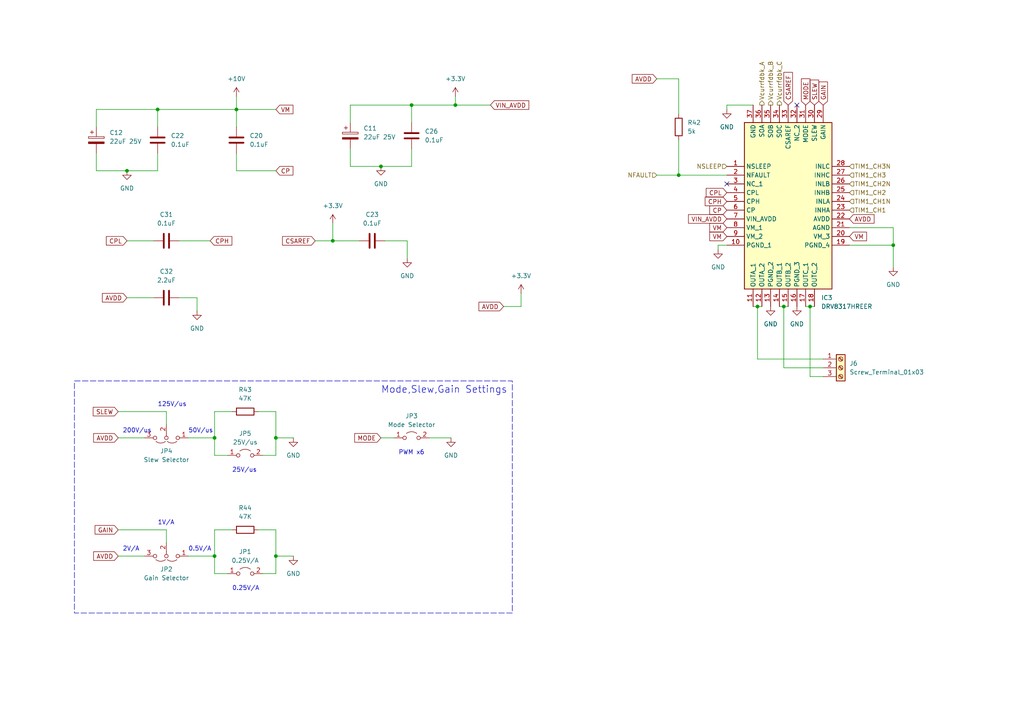
<source format=kicad_sch>
(kicad_sch (version 20250114) (generator "eeschema") (generator_version "9.0")
  (paper "A4")
  (lib_symbols
    (symbol "+3.3V_1" (power) (pin_numbers (hide yes)) (pin_names (offset 0) (hide yes))
      (property "Value" "+3.3V" (at 0 3.556 0))
      (symbol "+3.3V_1_0_1"
        (polyline (pts (xy -0.762 1.27) (xy 0 2.54)))
        (polyline (pts (xy 0 2.54) (xy 0.762 1.27)))
        (polyline (pts (xy 0 0) (xy 0 2.54)))
      )
      (symbol "+3.3V_1_1_1"
        (pin power_in line (at 0 0 90) (length 0) (name "~") (number "1"))
      )
    )
    (symbol "Connector:Screw_Terminal_01x03" (pin_names (offset 1.016) (hide yes))
      (property "Reference" "J" (at 0 5.08 0))
      (property "Value" "Screw_Terminal_01x03" (at 0 -5.08 0))
      (symbol "Screw_Terminal_01x03_1_1"
        (rectangle (start -1.27 3.81) (end 1.27 -3.81) (stroke (width 0.254)) (fill (type background)))
        (polyline (pts (xy -0.5334 2.8702) (xy 0.3302 2.032)) (stroke (width 0.1524)))
        (polyline (pts (xy -0.5334 0.3302) (xy 0.3302 -0.508)) (stroke (width 0.1524)))
        (polyline (pts (xy -0.5334 -2.2098) (xy 0.3302 -3.048)) (stroke (width 0.1524)))
        (polyline (pts (xy -0.3556 3.048) (xy 0.508 2.2098)) (stroke (width 0.1524)))
        (polyline (pts (xy -0.3556 0.508) (xy 0.508 -0.3302)) (stroke (width 0.1524)))
        (polyline (pts (xy -0.3556 -2.032) (xy 0.508 -2.8702)) (stroke (width 0.1524)))
        (circle (center 0 2.54) (radius 0.635) (stroke (width 0.1524)))
        (circle (center 0 0) (radius 0.635) (stroke (width 0.1524)))
        (circle (center 0 -2.54) (radius 0.635) (stroke (width 0.1524)))
        (pin passive line (at -5.08 2.54 0) (length 3.81) (name "Pin_1") (number "1"))
        (pin passive line (at -5.08 0 0) (length 3.81) (name "Pin_2") (number "2"))
        (pin passive line (at -5.08 -2.54 0) (length 3.81) (name "Pin_3") (number "3"))
      )
    )
    (symbol "Device:C" (pin_numbers (hide yes)) (pin_names (offset 0.254))
      (property "Reference" "C" (at 0.635 2.54 0))
      (property "Value" "C" (at 0.635 -2.54 0))
      (symbol "C_0_1"
        (polyline (pts (xy -2.032 0.762) (xy 2.032 0.762)) (stroke (width 0.508)))
        (polyline (pts (xy -2.032 -0.762) (xy 2.032 -0.762)) (stroke (width 0.508)))
      )
      (symbol "C_1_1"
        (pin passive line (at 0 3.81 270) (length 2.794) (name "~") (number "1"))
        (pin passive line (at 0 -3.81 90) (length 2.794) (name "~") (number "2"))
      )
    )
    (symbol "Device:C_Polarized" (pin_numbers (hide yes)) (pin_names (offset 0.254))
      (property "Reference" "C" (at 0.635 2.54 0))
      (property "Value" "C_Polarized" (at 0.635 -2.54 0))
      (symbol "C_Polarized_0_1"
        (rectangle (start -2.286 0.508) (end 2.286 1.016))
        (polyline (pts (xy -1.778 2.286) (xy -0.762 2.286)))
        (polyline (pts (xy -1.27 2.794) (xy -1.27 1.778)))
        (rectangle (start 2.286 -0.508) (end -2.286 -1.016) (fill (type outline)))
      )
      (symbol "C_Polarized_1_1"
        (pin passive line (at 0 3.81 270) (length 2.794) (name "~") (number "1"))
        (pin passive line (at 0 -3.81 90) (length 2.794) (name "~") (number "2"))
      )
    )
    (symbol "Device:R" (pin_numbers (hide yes)) (pin_names (offset 0))
      (property "Reference" "R" (at 2.032 0 90))
      (property "Value" "R" (at 0 0 90))
      (symbol "R_0_1"
        (rectangle (start -1.016 -2.54) (end 1.016 2.54) (stroke (width 0.254)))
      )
      (symbol "R_1_1"
        (pin passive line (at 0 3.81 270) (length 1.27) (name "~") (number "1"))
        (pin passive line (at 0 -3.81 90) (length 1.27) (name "~") (number "2"))
      )
    )
    (symbol "Jumper:Jumper_2_Open" (pin_names (offset 0) (hide yes))
      (property "Reference" "JP" (at 0 2.794 0))
      (property "Value" "Jumper_2_Open" (at 0 -2.286 0))
      (symbol "Jumper_2_Open_0_0"
        (circle (center -2.032 0) (radius 0.508))
        (circle (center 2.032 0) (radius 0.508))
      )
      (symbol "Jumper_2_Open_0_1"
        (arc (start -1.524 1.27) (mid 0 1.778) (end 1.524 1.27))
      )
      (symbol "Jumper_2_Open_1_1"
        (pin passive line (at -5.08 0 0) (length 2.54) (name "A") (number "1"))
        (pin passive line (at 5.08 0 180) (length 2.54) (name "B") (number "2"))
      )
    )
    (symbol "Jumper:Jumper_3_Open" (pin_names (offset 0) (hide yes))
      (property "Reference" "JP" (at -2.54 -2.54 0))
      (property "Value" "Jumper_3_Open" (at 0 2.794 0))
      (symbol "Jumper_3_Open_0_0"
        (circle (center -3.302 0) (radius 0.508))
        (circle (center 0 0) (radius 0.508))
        (circle (center 3.302 0) (radius 0.508))
      )
      (symbol "Jumper_3_Open_0_1"
        (arc (start -3.048 1.016) (mid -1.651 1.4992) (end -0.254 1.016))
        (polyline (pts (xy 0 -0.508) (xy 0 -1.27)))
        (arc (start 0.254 1.016) (mid 1.651 1.4992) (end 3.048 1.016))
      )
      (symbol "Jumper_3_Open_1_1"
        (pin passive line (at -6.35 0 0) (length 2.54) (name "A") (number "1"))
        (pin passive line (at 0 -3.81 90) (length 2.54) (name "C") (number "2"))
        (pin passive line (at 6.35 0 180) (length 2.54) (name "B") (number "3"))
      )
    )
    (symbol "SamacSys_Parts:DRV8317HREER"
      (property "Reference" "IC" (at 31.75 17.78 0))
      (property "Value" "DRV8317HREER" (at 31.75 15.24 0))
      (symbol "DRV8317HREER_1_1"
        (rectangle (start 5.08 12.7) (end 30.48 -35.56) (stroke (width 0.254)) (fill (type background)))
        (pin passive line (at 0 0 0) (length 5.08) (name "NSLEEP") (number "1"))
        (pin passive line (at 0 -2.54 0) (length 5.08) (name "NFAULT") (number "2"))
        (pin passive line (at 0 -5.08 0) (length 5.08) (name "NC_1") (number "3"))
        (pin passive line (at 0 -7.62 0) (length 5.08) (name "CPL") (number "4"))
        (pin passive line (at 0 -10.16 0) (length 5.08) (name "CPH") (number "5"))
        (pin passive line (at 0 -12.7 0) (length 5.08) (name "CP") (number "6"))
        (pin passive line (at 0 -15.24 0) (length 5.08) (name "VIN_AVDD") (number "7"))
        (pin passive line (at 0 -17.78 0) (length 5.08) (name "VM_1") (number "8"))
        (pin passive line (at 0 -20.32 0) (length 5.08) (name "VM_2") (number "9"))
        (pin passive line (at 0 -22.86 0) (length 5.08) (name "PGND_1") (number "10"))
        (pin passive line (at 7.62 17.78 270) (length 5.08) (name "GND") (number "37"))
        (pin passive line (at 7.62 -40.64 90) (length 5.08) (name "OUTA_1") (number "11"))
        (pin passive line (at 10.16 17.78 270) (length 5.08) (name "SOA") (number "36"))
        (pin passive line (at 10.16 -40.64 90) (length 5.08) (name "OUTA_2") (number "12"))
        (pin passive line (at 12.7 17.78 270) (length 5.08) (name "SOB") (number "35"))
        (pin passive line (at 12.7 -40.64 90) (length 5.08) (name "PGND_2") (number "13"))
        (pin passive line (at 15.24 17.78 270) (length 5.08) (name "SOC") (number "34"))
        (pin passive line (at 15.24 -40.64 90) (length 5.08) (name "OUTB_1") (number "14"))
        (pin passive line (at 17.78 17.78 270) (length 5.08) (name "CSAREF") (number "33"))
        (pin passive line (at 17.78 -40.64 90) (length 5.08) (name "OUTB_2") (number "15"))
        (pin passive line (at 20.32 17.78 270) (length 5.08) (name "NC_2") (number "32"))
        (pin passive line (at 20.32 -40.64 90) (length 5.08) (name "PGND_3") (number "16"))
        (pin passive line (at 22.86 17.78 270) (length 5.08) (name "MODE") (number "31"))
        (pin passive line (at 22.86 -40.64 90) (length 5.08) (name "OUTC_1") (number "17"))
        (pin passive line (at 25.4 17.78 270) (length 5.08) (name "SLEW") (number "30"))
        (pin passive line (at 25.4 -40.64 90) (length 5.08) (name "OUTC_2") (number "18"))
        (pin passive line (at 27.94 17.78 270) (length 5.08) (name "GAIN") (number "29"))
        (pin passive line (at 35.56 0 180) (length 5.08) (name "INLC") (number "28"))
        (pin passive line (at 35.56 -2.54 180) (length 5.08) (name "INHC") (number "27"))
        (pin passive line (at 35.56 -5.08 180) (length 5.08) (name "INLB") (number "26"))
        (pin passive line (at 35.56 -7.62 180) (length 5.08) (name "INHB") (number "25"))
        (pin passive line (at 35.56 -10.16 180) (length 5.08) (name "INLA") (number "24"))
        (pin passive line (at 35.56 -12.7 180) (length 5.08) (name "INHA") (number "23"))
        (pin passive line (at 35.56 -15.24 180) (length 5.08) (name "AVDD") (number "22"))
        (pin passive line (at 35.56 -17.78 180) (length 5.08) (name "AGND") (number "21"))
        (pin passive line (at 35.56 -20.32 180) (length 5.08) (name "VM_3") (number "20"))
        (pin passive line (at 35.56 -22.86 180) (length 5.08) (name "PGND_4") (number "19"))
      )
    )
    (symbol "power:+10V" (power) (pin_names (offset 0))
      (property "Value" "+10V" (at 0 3.556 0))
      (symbol "+10V_0_1"
        (polyline (pts (xy -0.762 1.27) (xy 0 2.54)))
        (polyline (pts (xy 0 2.54) (xy 0.762 1.27)))
        (polyline (pts (xy 0 0) (xy 0 2.54)))
      )
      (symbol "+10V_1_1"
        (pin power_in line (at 0 0 90) (length 0) (hide yes) (name "+10V") (number "1"))
      )
    )
    (symbol "power:+3.3V" (power) (pin_names (offset 0))
      (property "Value" "+3.3V" (at 0 3.556 0))
      (symbol "+3.3V_0_1"
        (polyline (pts (xy -0.762 1.27) (xy 0 2.54)))
        (polyline (pts (xy 0 2.54) (xy 0.762 1.27)))
        (polyline (pts (xy 0 0) (xy 0 2.54)))
      )
      (symbol "+3.3V_1_1"
        (pin power_in line (at 0 0 90) (length 0) (hide yes) (name "+3.3V") (number "1"))
      )
    )
    (symbol "power:GND" (power) (pin_names (offset 0))
      (property "Value" "GND" (at 0 -3.81 0))
      (symbol "GND_0_1"
        (polyline (pts (xy 0 0) (xy 0 -1.27) (xy 1.27 -1.27) (xy 0 -2.54) (xy -1.27 -1.27) (xy 0 -1.27)))
      )
      (symbol "GND_1_1"
        (pin power_in line (at 0 0 270) (length 0) (hide yes) (name "GND") (number "1"))
      )
    )
  )
  (rectangle (start 21.59 110.49) (end 148.59 177.8) (stroke (width 0) (type dash)))
  (text "2V/A" (at 35.56 160.02 0) (effects (font (size 1.27 1.27)) (justify left bottom)))
  (text "25V/us" (at 67.31 137.16 0) (effects (font (size 1.27 1.27)) (justify left bottom)))
  (text "125V/us\n" (at 45.72 118.11 0) (effects (font (size 1.27 1.27)) (justify left bottom)))
  (text "0.25V/A" (at 67.31 171.45 0) (effects (font (size 1.27 1.27)) (justify left bottom)))
  (text "1V/A" (at 45.72 152.4 0) (effects (font (size 1.27 1.27)) (justify left bottom)))
  (text "Mode,Slew,Gain Settings" (at 110.49 114.3 0) (effects (font (size 2 2)) (justify left bottom)))
  (text "PWM x6" (at 115.57 132.08 0) (effects (font (size 1.27 1.27)) (justify left bottom)))
  (text "50V/us" (at 54.61 125.73 0) (effects (font (size 1.27 1.27)) (justify left bottom)))
  (text "0.5V/A" (at 54.61 160.02 0) (effects (font (size 1.27 1.27)) (justify left bottom)))
  (text "200V/us" (at 35.56 125.73 0) (effects (font (size 1.27 1.27)) (justify left bottom)))
  (junction (at 227.33 88.9))
  (junction (at 62.23 161.29))
  (junction (at 119.38 30.48))
  (junction (at 234.95 88.9))
  (junction (at 45.72 31.75))
  (junction (at 132.08 30.48))
  (junction (at 68.58 31.75))
  (junction (at 219.71 88.9))
  (junction (at 62.23 127))
  (junction (at 259.08 71.12))
  (junction (at 36.83 49.53))
  (junction (at 110.49 48.26))
  (junction (at 80.01 161.29))
  (junction (at 80.01 127))
  (junction (at 96.52 69.85))
  (junction (at 196.85 50.8))
  (no_connect (at 231.14 30.48))
  (no_connect (at 210.82 53.34))
  (wire (pts (xy 80.01 153.67) (xy 80.01 161.29)))
  (wire (pts (xy 119.38 43.18) (xy 119.38 48.26)))
  (wire (pts (xy 110.49 127) (xy 114.3 127)))
  (wire (pts (xy 68.58 31.75) (xy 68.58 27.94)))
  (wire (pts (xy 45.72 31.75) (xy 68.58 31.75)))
  (wire (pts (xy 227.33 88.9) (xy 227.33 106.68)))
  (wire (pts (xy 259.08 77.47) (xy 259.08 71.12)))
  (wire (pts (xy 62.23 127) (xy 62.23 119.38)))
  (wire (pts (xy 85.09 161.29) (xy 80.01 161.29)))
  (wire (pts (xy 118.11 69.85) (xy 118.11 74.93)))
  (wire (pts (xy 27.94 31.75) (xy 45.72 31.75)))
  (wire (pts (xy 219.71 88.9) (xy 220.98 88.9)))
  (wire (pts (xy 74.93 153.67) (xy 80.01 153.67)))
  (wire (pts (xy 48.26 153.67) (xy 48.26 157.48)))
  (wire (pts (xy 66.04 132.08) (xy 62.23 132.08)))
  (wire (pts (xy 246.38 71.12) (xy 259.08 71.12)))
  (wire (pts (xy 68.58 31.75) (xy 80.01 31.75)))
  (wire (pts (xy 226.06 88.9) (xy 227.33 88.9)))
  (wire (pts (xy 62.23 166.37) (xy 62.23 161.29)))
  (wire (pts (xy 34.29 161.29) (xy 41.91 161.29)))
  (wire (pts (xy 62.23 132.08) (xy 62.23 127)))
  (wire (pts (xy 62.23 119.38) (xy 67.31 119.38)))
  (wire (pts (xy 101.6 30.48) (xy 101.6 35.56)))
  (wire (pts (xy 110.49 48.26) (xy 101.6 48.26)))
  (wire (pts (xy 190.5 22.86) (xy 196.85 22.86)))
  (wire (pts (xy 119.38 30.48) (xy 119.38 35.56)))
  (wire (pts (xy 210.82 30.48) (xy 210.82 31.75)))
  (wire (pts (xy 52.07 86.36) (xy 57.15 86.36)))
  (wire (pts (xy 54.61 127) (xy 62.23 127)))
  (wire (pts (xy 45.72 31.75) (xy 45.72 36.83)))
  (wire (pts (xy 219.71 88.9) (xy 219.71 104.14)))
  (wire (pts (xy 238.76 106.68) (xy 227.33 106.68)))
  (wire (pts (xy 233.68 88.9) (xy 234.95 88.9)))
  (wire (pts (xy 96.52 64.77) (xy 96.52 69.85)))
  (wire (pts (xy 76.2 132.08) (xy 80.01 132.08)))
  (wire (pts (xy 101.6 30.48) (xy 119.38 30.48)))
  (wire (pts (xy 62.23 153.67) (xy 67.31 153.67)))
  (wire (pts (xy 52.07 69.85) (xy 60.96 69.85)))
  (wire (pts (xy 91.44 69.85) (xy 96.52 69.85)))
  (wire (pts (xy 45.72 49.53) (xy 36.83 49.53)))
  (wire (pts (xy 80.01 127) (xy 80.01 132.08)))
  (wire (pts (xy 54.61 161.29) (xy 62.23 161.29)))
  (wire (pts (xy 238.76 104.14) (xy 219.71 104.14)))
  (wire (pts (xy 119.38 30.48) (xy 132.08 30.48)))
  (wire (pts (xy 85.09 127) (xy 80.01 127)))
  (wire (pts (xy 57.15 86.36) (xy 57.15 90.17)))
  (wire (pts (xy 48.26 119.38) (xy 48.26 123.19)))
  (wire (pts (xy 259.08 66.04) (xy 246.38 66.04)))
  (wire (pts (xy 80.01 49.53) (xy 68.58 49.53)))
  (wire (pts (xy 36.83 86.36) (xy 44.45 86.36)))
  (wire (pts (xy 34.29 119.38) (xy 48.26 119.38)))
  (wire (pts (xy 74.93 119.38) (xy 80.01 119.38)))
  (wire (pts (xy 76.2 166.37) (xy 80.01 166.37)))
  (wire (pts (xy 234.95 109.22) (xy 238.76 109.22)))
  (wire (pts (xy 124.46 127) (xy 130.81 127)))
  (wire (pts (xy 80.01 119.38) (xy 80.01 127)))
  (wire (pts (xy 132.08 27.94) (xy 132.08 30.48)))
  (wire (pts (xy 218.44 30.48) (xy 210.82 30.48)))
  (wire (pts (xy 68.58 44.45) (xy 68.58 49.53)))
  (wire (pts (xy 62.23 161.29) (xy 62.23 153.67)))
  (wire (pts (xy 190.5 50.8) (xy 196.85 50.8)))
  (wire (pts (xy 151.13 88.9) (xy 151.13 85.09)))
  (wire (pts (xy 45.72 44.45) (xy 45.72 49.53)))
  (wire (pts (xy 36.83 69.85) (xy 44.45 69.85)))
  (wire (pts (xy 101.6 43.18) (xy 101.6 48.26)))
  (wire (pts (xy 119.38 48.26) (xy 110.49 48.26)))
  (wire (pts (xy 234.95 88.9) (xy 234.95 109.22)))
  (wire (pts (xy 36.83 49.53) (xy 27.94 49.53)))
  (wire (pts (xy 218.44 88.9) (xy 219.71 88.9)))
  (wire (pts (xy 66.04 166.37) (xy 62.23 166.37)))
  (wire (pts (xy 196.85 40.64) (xy 196.85 50.8)))
  (wire (pts (xy 27.94 31.75) (xy 27.94 36.83)))
  (wire (pts (xy 227.33 88.9) (xy 228.6 88.9)))
  (wire (pts (xy 111.76 69.85) (xy 118.11 69.85)))
  (wire (pts (xy 196.85 22.86) (xy 196.85 33.02)))
  (wire (pts (xy 146.05 88.9) (xy 151.13 88.9)))
  (wire (pts (xy 259.08 71.12) (xy 259.08 66.04)))
  (wire (pts (xy 34.29 127) (xy 41.91 127)))
  (wire (pts (xy 234.95 88.9) (xy 236.22 88.9)))
  (wire (pts (xy 34.29 153.67) (xy 48.26 153.67)))
  (wire (pts (xy 27.94 44.45) (xy 27.94 49.53)))
  (wire (pts (xy 80.01 161.29) (xy 80.01 166.37)))
  (wire (pts (xy 208.28 71.12) (xy 208.28 72.39)))
  (wire (pts (xy 210.82 71.12) (xy 208.28 71.12)))
  (wire (pts (xy 196.85 50.8) (xy 210.82 50.8)))
  (wire (pts (xy 68.58 31.75) (xy 68.58 36.83)))
  (wire (pts (xy 96.52 69.85) (xy 104.14 69.85)))
  (wire (pts (xy 132.08 30.48) (xy 142.24 30.48)))
  (global_label "MODE" (shape input) (at 110.49 127 180) (property "Intersheetrefs" "${INTERSHEET_REFS}" (effects (hide yes))))
  (global_label "CSAREF" (shape input) (at 228.6 30.48 90) (property "Intersheetrefs" "${INTERSHEET_REFS}" (effects (hide yes))))
  (global_label "AVDD" (shape input) (at 246.38 63.5 0) (property "Intersheetrefs" "${INTERSHEET_REFS}" (effects (hide yes))))
  (global_label "VM" (shape input) (at 210.82 68.58 180) (property "Intersheetrefs" "${INTERSHEET_REFS}" (effects (hide yes))))
  (global_label "AVDD" (shape input) (at 36.83 86.36 180) (property "Intersheetrefs" "${INTERSHEET_REFS}" (effects (hide yes))))
  (global_label "AVDD" (shape input) (at 146.05 88.9 180) (property "Intersheetrefs" "${INTERSHEET_REFS}" (effects (hide yes))))
  (global_label "AVDD" (shape input) (at 34.29 127 180) (property "Intersheetrefs" "${INTERSHEET_REFS}" (effects (hide yes))))
  (global_label "VM" (shape input) (at 246.38 68.58 0) (property "Intersheetrefs" "${INTERSHEET_REFS}" (effects (hide yes))))
  (global_label "VM" (shape input) (at 80.01 31.75 0) (property "Intersheetrefs" "${INTERSHEET_REFS}" (effects (hide yes))))
  (global_label "SLEW" (shape input) (at 34.29 119.38 180) (property "Intersheetrefs" "${INTERSHEET_REFS}" (effects (hide yes))))
  (global_label "AVDD" (shape input) (at 190.5 22.86 180) (property "Intersheetrefs" "${INTERSHEET_REFS}" (effects (hide yes))))
  (global_label "GAIN" (shape input) (at 238.76 30.48 90) (property "Intersheetrefs" "${INTERSHEET_REFS}" (effects (hide yes))))
  (global_label "VIN_AVDD" (shape input) (at 210.82 63.5 180) (property "Intersheetrefs" "${INTERSHEET_REFS}" (effects (hide yes))))
  (global_label "AVDD" (shape input) (at 34.29 161.29 180) (property "Intersheetrefs" "${INTERSHEET_REFS}" (effects (hide yes))))
  (global_label "CP" (shape input) (at 210.82 60.96 180) (property "Intersheetrefs" "${INTERSHEET_REFS}" (effects (hide yes))))
  (global_label "CPL" (shape input) (at 36.83 69.85 180) (property "Intersheetrefs" "${INTERSHEET_REFS}" (effects (hide yes))))
  (global_label "MODE" (shape input) (at 233.68 30.48 90) (property "Intersheetrefs" "${INTERSHEET_REFS}" (effects (hide yes))))
  (global_label "VIN_AVDD" (shape input) (at 142.24 30.48 0) (property "Intersheetrefs" "${INTERSHEET_REFS}" (effects (hide yes))))
  (global_label "VM" (shape input) (at 210.82 66.04 180) (property "Intersheetrefs" "${INTERSHEET_REFS}" (effects (hide yes))))
  (global_label "GAIN" (shape input) (at 34.29 153.67 180) (property "Intersheetrefs" "${INTERSHEET_REFS}" (effects (hide yes))))
  (global_label "CPH" (shape input) (at 210.82 58.42 180) (property "Intersheetrefs" "${INTERSHEET_REFS}" (effects (hide yes))))
  (global_label "CPL" (shape input) (at 210.82 55.88 180) (property "Intersheetrefs" "${INTERSHEET_REFS}" (effects (hide yes))))
  (global_label "CSAREF" (shape input) (at 91.44 69.85 180) (property "Intersheetrefs" "${INTERSHEET_REFS}" (effects (hide yes))))
  (global_label "SLEW" (shape input) (at 236.22 30.48 90) (property "Intersheetrefs" "${INTERSHEET_REFS}" (effects (hide yes))))
  (global_label "CP" (shape input) (at 80.01 49.53 0) (property "Intersheetrefs" "${INTERSHEET_REFS}" (effects (hide yes))))
  (global_label "CPH" (shape input) (at 60.96 69.85 0) (property "Intersheetrefs" "${INTERSHEET_REFS}" (effects (hide yes))))
  (hierarchical_label "NFAULT" (shape input) (at 190.5 50.8 180))
  (hierarchical_label "NSLEEP" (shape input) (at 210.82 48.26 180))
  (hierarchical_label "TIM1_CH1" (shape input) (at 246.38 60.96 0))
  (hierarchical_label "TIM1_CH3N" (shape input) (at 246.38 48.26 0))
  (hierarchical_label "Vcurrfdbk_A" (shape output) (at 220.98 30.48 90))
  (hierarchical_label "TIM1_CH2N" (shape input) (at 246.38 53.34 0))
  (hierarchical_label "TIM1_CH2" (shape input) (at 246.38 55.88 0))
  (hierarchical_label "TIM1_CH1N" (shape input) (at 246.38 58.42 0))
  (hierarchical_label "Vcurrfdbk_B" (shape output) (at 223.52 30.48 90))
  (hierarchical_label "Vcurrfdbk_C" (shape output) (at 226.06 30.48 90))
  (hierarchical_label "TIM1_CH3" (shape input) (at 246.38 50.8 0))
  (symbol (lib_id "Device:R") (at 71.12 153.67 90) (unit 1)
    (property "Reference" "R44" (at 71.12 147.32 90))
    (property "Value" "47K" (at 71.12 149.86 90))
    (property "Footprint" "LED_SMD:LED_0805_2012Metric_Pad1.15x1.40mm_HandSolder" (effects (hide yes)))
    (property "Description" "Resistor" (effects (hide yes)))
  )
  (symbol (lib_name "+3.3V_1") (lib_id "power:+3.3V") (at 132.08 27.94 0) (unit 1)
    (property "Reference" "#PWR012" (effects (hide yes)))
    (property "Value" "+3.3V" (at 132.08 22.86 0))
    (property "Description" "Power symbol creates a global label with name \"+3.3V\"" (effects (hide yes)))
  )
  (symbol (lib_id "Device:R") (at 71.12 119.38 90) (unit 1)
    (property "Reference" "R43" (at 71.12 113.03 90))
    (property "Value" "47K" (at 71.12 115.57 90))
    (property "Footprint" "LED_SMD:LED_0805_2012Metric_Pad1.15x1.40mm_HandSolder" (effects (hide yes)))
    (property "Description" "Resistor" (effects (hide yes)))
  )
  (symbol (lib_id "Device:C") (at 45.72 40.64 0) (unit 1)
    (property "Reference" "C22" (at 49.53 39.3699 0) (effects (justify left)))
    (property "Value" "0.1uF" (at 49.53 41.9099 0) (effects (justify left)))
    (property "Footprint" "Capacitor_SMD:C_0805_2012Metric_Pad1.18x1.45mm_HandSolder" (effects (hide yes)))
    (property "Description" "Unpolarized capacitor" (effects (hide yes)))
  )
  (symbol (lib_id "Jumper:Jumper_3_Open") (at 48.26 161.29 180) (unit 1)
    (property "Reference" "JP2" (at 48.26 165.1 0))
    (property "Value" "Gain Selector" (at 48.26 167.64 0))
    (property "Footprint" "Connector_PinHeader_2.54mm:PinHeader_1x03_P2.54mm_Vertical" (effects (hide yes)))
  )
  (symbol (lib_id "Device:C") (at 119.38 39.37 0) (unit 1)
    (property "Reference" "C26" (at 123.19 38.0999 0) (effects (justify left)))
    (property "Value" "0.1uF" (at 123.19 40.6399 0) (effects (justify left)))
    (property "Footprint" "Capacitor_SMD:C_0805_2012Metric_Pad1.18x1.45mm_HandSolder" (effects (hide yes)))
    (property "Description" "Unpolarized capacitor" (effects (hide yes)))
  )
  (symbol (lib_id "power:GND") (at 110.49 48.26 0) (unit 1)
    (property "Reference" "#PWR023" (effects (hide yes)))
    (property "Value" "GND" (at 110.49 53.34 0))
  )
  (symbol (lib_id "Connector:Screw_Terminal_01x03") (at 243.84 106.68 0) (unit 1)
    (property "Reference" "J6" (at 246.38 105.4099 0) (effects (justify left)))
    (property "Value" "Screw_Terminal_01x03" (at 246.38 107.9499 0) (effects (justify left)))
    (property "Footprint" "TerminalBlock_Phoenix:TerminalBlock_Phoenix_PT-1,5-3-3.5-H_1x03_P3.50mm_Horizontal" (effects (hide yes)))
    (property "Description" "Generic screw terminal, single row, 01x03, script generated (kicad-library-utils/schlib/autogen/connector/)" (effects (hide yes)))
  )
  (symbol (lib_id "power:GND") (at 259.08 77.47 0) (unit 1)
    (property "Reference" "#PWR037" (effects (hide yes)))
    (property "Value" "GND" (at 259.08 82.55 0))
  )
  (symbol (lib_id "power:GND") (at 118.11 74.93 0) (unit 1)
    (property "Reference" "#PWR025" (effects (hide yes)))
    (property "Value" "GND" (at 118.11 80.01 0))
  )
  (symbol (lib_id "Jumper:Jumper_3_Open") (at 48.26 127 180) (unit 1)
    (property "Reference" "JP4" (at 48.26 130.81 0))
    (property "Value" "Slew Selector" (at 48.26 133.35 0))
    (property "Footprint" "Connector_PinHeader_2.54mm:PinHeader_1x03_P2.54mm_Vertical" (effects (hide yes)))
  )
  (symbol (lib_id "SamacSys_Parts:DRV8317HREER") (at 210.82 48.26 0) (unit 1)
    (property "Reference" "IC3" (at 238.1759 86.36 0) (effects (justify left)))
    (property "Value" "DRV8317HREER" (at 238.1759 88.9 0) (effects (justify left)))
    (property "Footprint" "SamacSys_Parts:QFN40P400X500X80-37N-D" (effects (hide yes)))
    (property "Datasheet" "https://www.ti.com/lit/ds/symlink/drv8317.pdf" (effects (hide yes)))
    (property "Height" "0.8" (effects (hide yes)))
    (property "Mouser Part Number" "595-DRV8317HREER" (effects (hide yes)))
    (property "Mouser Price/Stock" "https://www.mouser.co.uk/ProductDetail/Texas-Instruments/DRV8317HREER?qs=amGC7iS6iy%252BMUwpQq07OLg%3D%3D" (effects (hide yes)))
    (property "Manufacturer_Name" "Texas Instruments" (effects (hide yes)))
    (property "Manufacturer_Part_Number" "DRV8317HREER" (effects (hide yes)))
  )
  (symbol (lib_id "power:GND") (at 57.15 90.17 0) (unit 1)
    (property "Reference" "#PWR022" (effects (hide yes)))
    (property "Value" "GND" (at 57.15 95.25 0))
  )
  (symbol (lib_id "power:+3.3V") (at 96.52 64.77 0) (unit 1)
    (property "Reference" "#PWR026" (effects (hide yes)))
    (property "Value" "+3.3V" (at 96.52 59.69 0))
  )
  (symbol (lib_id "power:GND") (at 36.83 49.53 0) (unit 1)
    (property "Reference" "#PWR020" (effects (hide yes)))
    (property "Value" "GND" (at 36.83 54.61 0))
  )
  (symbol (lib_id "power:+10V") (at 68.58 27.94 0) (unit 1)
    (property "Reference" "#PWR019" (effects (hide yes)))
    (property "Value" "+10V" (at 68.58 22.86 0))
  )
  (symbol (lib_id "Device:C") (at 107.95 69.85 90) (unit 1)
    (property "Reference" "C23" (at 107.95 62.23 90))
    (property "Value" "0.1uF" (at 107.95 64.77 90))
    (property "Footprint" "Capacitor_SMD:C_0805_2012Metric_Pad1.18x1.45mm_HandSolder" (effects (hide yes)))
    (property "Description" "Unpolarized capacitor" (effects (hide yes)))
  )
  (symbol (lib_id "power:GND") (at 130.81 127 0) (unit 1)
    (property "Reference" "#PWR050" (effects (hide yes)))
    (property "Value" "GND" (at 130.81 132.08 0))
  )
  (symbol (lib_id "power:GND") (at 85.09 127 0) (unit 1)
    (property "Reference" "#PWR044" (effects (hide yes)))
    (property "Value" "GND" (at 85.09 132.08 0))
  )
  (symbol (lib_id "Device:R") (at 196.85 36.83 180) (unit 1)
    (property "Reference" "R42" (at 199.39 35.5599 0) (effects (justify right)))
    (property "Value" "5k" (at 199.39 38.0999 0) (effects (justify right)))
    (property "Footprint" "LED_SMD:LED_0805_2012Metric_Pad1.15x1.40mm_HandSolder" (effects (hide yes)))
    (property "Description" "Resistor" (effects (hide yes)))
  )
  (symbol (lib_id "Device:C") (at 48.26 86.36 90) (unit 1)
    (property "Reference" "C32" (at 48.26 78.74 90))
    (property "Value" "2.2uF" (at 48.26 81.28 90))
    (property "Footprint" "Capacitor_SMD:C_0805_2012Metric_Pad1.18x1.45mm_HandSolder" (effects (hide yes)))
    (property "Description" "Unpolarized capacitor" (effects (hide yes)))
  )
  (symbol (lib_id "power:+3.3V") (at 151.13 85.09 0) (unit 1)
    (property "Reference" "#PWR051" (effects (hide yes)))
    (property "Value" "+3.3V" (at 151.13 80.01 0))
  )
  (symbol (lib_id "power:GND") (at 208.28 72.39 0) (unit 1)
    (property "Reference" "#PWR042" (effects (hide yes)))
    (property "Value" "GND" (at 208.28 77.47 0))
  )
  (symbol (lib_id "power:GND") (at 85.09 161.29 0) (unit 1)
    (property "Reference" "#PWR045" (effects (hide yes)))
    (property "Value" "GND" (at 85.09 166.37 0))
  )
  (symbol (lib_id "Device:C_Polarized") (at 27.94 40.64 0) (unit 1)
    (property "Reference" "C12" (at 31.75 38.4809 0) (effects (justify left)))
    (property "Value" "22uF 25V" (at 31.75 41.0209 0) (effects (justify left)))
    (property "Footprint" "Capacitor_SMD:CP_Elec_6.3x5.4" (effects (hide yes)))
    (property "Description" "Polarized capacitor" (effects (hide yes)))
  )
  (symbol (lib_id "Device:C") (at 48.26 69.85 90) (unit 1)
    (property "Reference" "C31" (at 48.26 62.23 90))
    (property "Value" "0.1uF" (at 48.26 64.77 90))
    (property "Footprint" "Capacitor_SMD:C_0805_2012Metric_Pad1.18x1.45mm_HandSolder" (effects (hide yes)))
    (property "Description" "Unpolarized capacitor" (effects (hide yes)))
  )
  (symbol (lib_id "power:GND") (at 223.52 88.9 0) (unit 1)
    (property "Reference" "#PWR040" (effects (hide yes)))
    (property "Value" "GND" (at 223.52 93.98 0))
  )
  (symbol (lib_id "power:GND") (at 231.14 88.9 0) (unit 1)
    (property "Reference" "#PWR041" (effects (hide yes)))
    (property "Value" "GND" (at 231.14 93.98 0))
  )
  (symbol (lib_id "power:GND") (at 210.82 31.75 0) (unit 1)
    (property "Reference" "#PWR043" (effects (hide yes)))
    (property "Value" "GND" (at 210.82 36.83 0))
  )
  (symbol (lib_id "Jumper:Jumper_2_Open") (at 71.12 166.37 0) (unit 1)
    (property "Reference" "JP1" (at 71.12 160.02 0))
    (property "Value" "0.25V/A" (at 71.12 162.56 0))
    (property "Footprint" "TestPoint:TestPoint_2Pads_Pitch2.54mm_Drill0.8mm" (effects (hide yes)))
  )
  (symbol (lib_id "Device:C") (at 68.58 40.64 0) (unit 1)
    (property "Reference" "C20" (at 72.39 39.3699 0) (effects (justify left)))
    (property "Value" "0.1uF" (at 72.39 41.9099 0) (effects (justify left)))
    (property "Footprint" "Capacitor_SMD:C_0805_2012Metric_Pad1.18x1.45mm_HandSolder" (effects (hide yes)))
    (property "Description" "Unpolarized capacitor" (effects (hide yes)))
  )
  (symbol (lib_id "Jumper:Jumper_2_Open") (at 71.12 132.08 0) (unit 1)
    (property "Reference" "JP5" (at 71.12 125.73 0))
    (property "Value" "25V/us" (at 71.12 128.27 0))
    (property "Footprint" "TestPoint:TestPoint_2Pads_Pitch2.54mm_Drill0.8mm" (effects (hide yes)))
  )
  (symbol (lib_id "Device:C_Polarized") (at 101.6 39.37 0) (unit 1)
    (property "Reference" "C11" (at 105.41 37.2109 0) (effects (justify left)))
    (property "Value" "22uF 25V" (at 105.41 39.7509 0) (effects (justify left)))
    (property "Footprint" "Capacitor_SMD:CP_Elec_6.3x5.4" (effects (hide yes)))
    (property "Description" "Polarized capacitor" (effects (hide yes)))
  )
  (symbol (lib_id "Jumper:Jumper_2_Open") (at 119.38 127 0) (unit 1)
    (property "Reference" "JP3" (at 119.38 120.65 0))
    (property "Value" "Mode Selector" (at 119.38 123.19 0))
    (property "Footprint" "TestPoint:TestPoint_2Pads_Pitch2.54mm_Drill0.8mm" (effects (hide yes)))
  )
)
</source>
